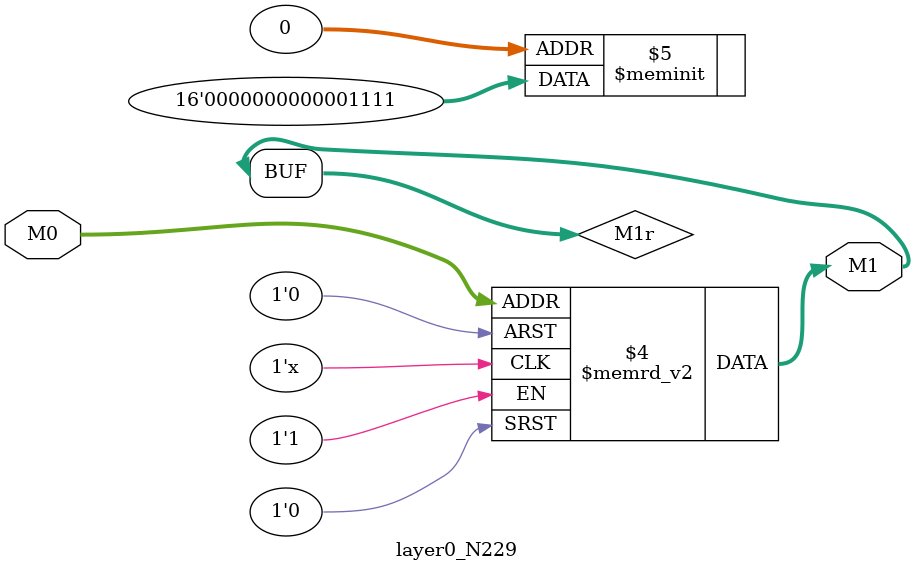
<source format=v>
module layer0_N229 ( input [2:0] M0, output [1:0] M1 );

	(*rom_style = "distributed" *) reg [1:0] M1r;
	assign M1 = M1r;
	always @ (M0) begin
		case (M0)
			3'b000: M1r = 2'b11;
			3'b100: M1r = 2'b00;
			3'b010: M1r = 2'b00;
			3'b110: M1r = 2'b00;
			3'b001: M1r = 2'b11;
			3'b101: M1r = 2'b00;
			3'b011: M1r = 2'b00;
			3'b111: M1r = 2'b00;

		endcase
	end
endmodule

</source>
